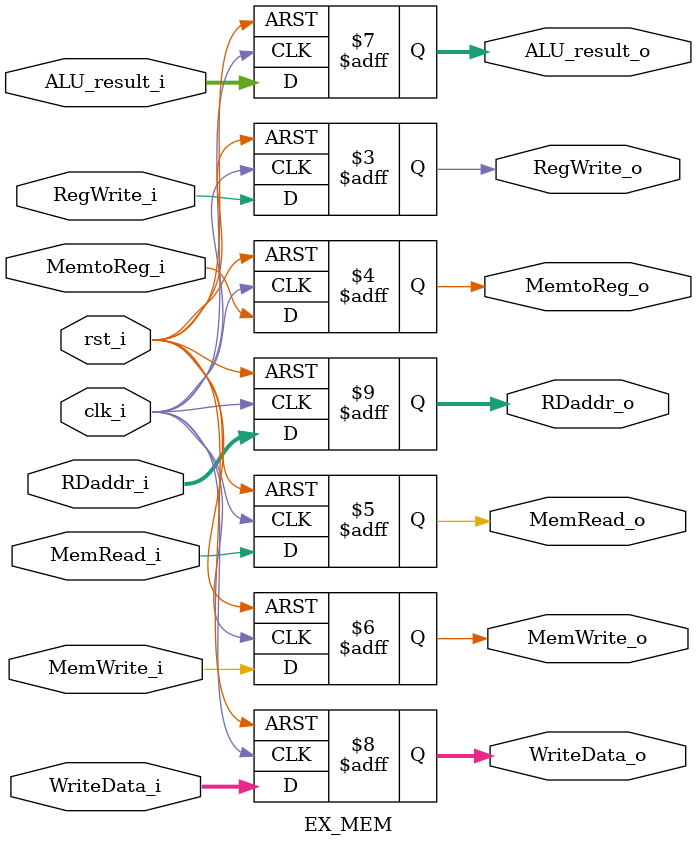
<source format=v>
module EX_MEM (
    clk_i,
    rst_i,
    RegWrite_i,
    MemtoReg_i,
    MemRead_i,
    MemWrite_i,
    ALU_result_i,
    WriteData_i,
    RDaddr_i,

    RegWrite_o,
    MemtoReg_o,
    MemRead_o,
    MemWrite_o,
    ALU_result_o,
    WriteData_o,
    RDaddr_o
);

input           clk_i, rst_i;
input           RegWrite_i;
input           MemtoReg_i;
input           MemRead_i;
input           MemWrite_i;
input signed    [31:0] ALU_result_i;
input signed    [31:0] WriteData_i;
input           [4:0] RDaddr_i;

output reg           RegWrite_o;
output reg           MemtoReg_o;
output reg           MemRead_o;
output reg           MemWrite_o;
output reg signed    [31:0] ALU_result_o;
output reg signed    [31:0] WriteData_o;
output reg           [4:0] RDaddr_o;

always @(posedge clk_i or posedge rst_i) begin
    if (rst_i == 1) begin
        RegWrite_o <= 0;
        MemtoReg_o <= 0;
        MemRead_o <= 0;
        MemWrite_o <= 0;
        ALU_result_o <= 0;
        WriteData_o <= 0;
        RDaddr_o <= 0;
    end
    else begin
        RegWrite_o <= RegWrite_i;
        MemtoReg_o <= MemtoReg_i;
        MemRead_o <= MemRead_i;
        MemWrite_o <= MemWrite_i;
        ALU_result_o <= ALU_result_i;
        WriteData_o <= WriteData_i;
        RDaddr_o <= RDaddr_i;
    end
end

endmodule
</source>
